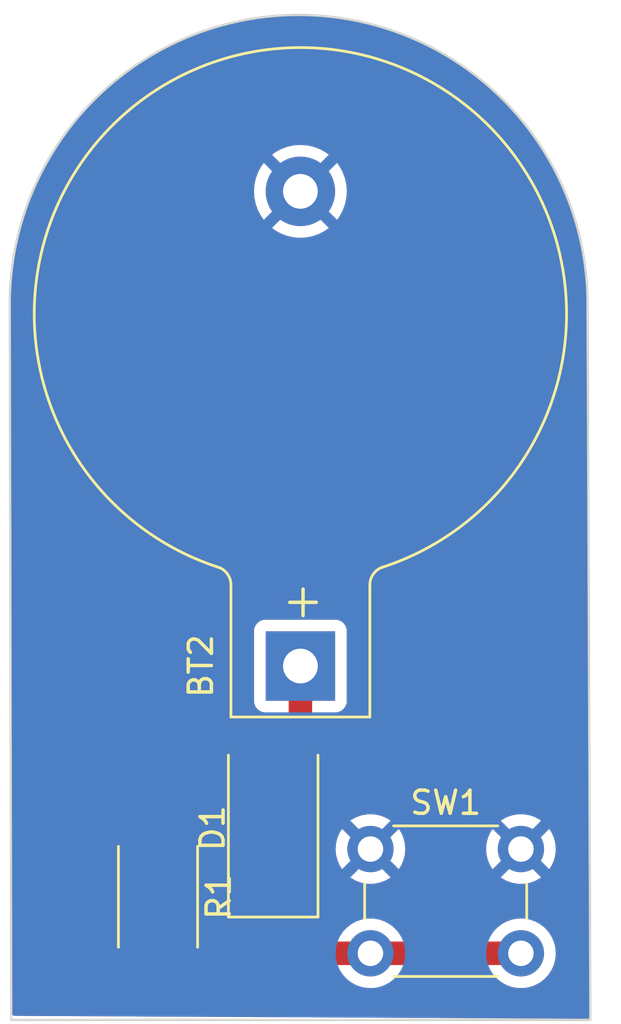
<source format=kicad_pcb>
(kicad_pcb (version 20221018) (generator pcbnew)
  (layers (0 "F.Cu" signal) (31 "B.Cu" signal) (34 "B.Paste" user) (35 "F.Paste" user) (36 "B.SilkS" user "B.Silkscreen") (37 "F.SilkS" user "F.Silkscreen") (38 "B.Mask" user) (39 "F.Mask" user) (44 "Edge.Cuts" user))
  (net 0 "")
  (net 1 "Net-(BT2-+)")
  (net 2 "GND")
  (net 3 "Net-(D1-K)")
  (net 4 "Net-(SW1-B)")
  (footprint "LED_SMD:LED_2512_6332Metric" (layer "F.Cu") (at 146.675 97.5 90)
    (fp_text reference "D1" (at 0 -2.62 90) (layer "F.SilkS"))
    (fp_text value "LED")
    (fp_line (start -3.835 -1.935) (end -3.835 1.935) (stroke (width 0.12)) (layer "F.SilkS"))
    (fp_line (start -3.835 1.935) (end 3.15 1.935) (stroke (width 0.12)) (layer "F.SilkS"))
    (fp_line (start 3.15 -1.935) (end -3.835 -1.935) (stroke (width 0.12)) (layer "F.SilkS"))
    (pad "1" smd roundrect (at -2.9 0 90) (size 1.35 3.35) (layers "F.Cu" "F.Paste" "F.Mask") (roundrect_rratio 0.185185) (net 3 "Net-(D1-K)"))
    (pad "2" smd roundrect (at 2.9 0 90) (size 1.35 3.35) (layers "F.Cu" "F.Paste" "F.Mask") (roundrect_rratio 0.185185) (net 1 "Net-(BT2-+)"))
  )
  (footprint "Button_Switch_THT:SW_PUSH_6mm_H4.3mm" (layer "F.Cu") (at 150.875 98.4)
    (fp_text reference "SW1" (at 3.25 -2) (layer "F.SilkS"))
    (fp_text value "SW_SPST")
    (fp_line (start -0.25 1.5) (end -0.25 3) (stroke (width 0.12)) (layer "F.SilkS"))
    (fp_line (start 1 5.5) (end 5.5 5.5) (stroke (width 0.12)) (layer "F.SilkS"))
    (fp_line (start 5.5 -1) (end 1 -1) (stroke (width 0.12)) (layer "F.SilkS"))
    (fp_line (start 6.75 3) (end 6.75 1.5) (stroke (width 0.12)) (layer "F.SilkS"))
    (pad "1" thru_hole circle (at 0 0 90) (size 2 2) (drill 1.1) (layers "*.Cu" "*.Mask") (net 2 "GND"))
    (pad "1" thru_hole circle (at 6.5 0 90) (size 2 2) (drill 1.1) (layers "*.Cu" "*.Mask") (net 2 "GND"))
    (pad "2" thru_hole circle (at 0 4.5 90) (size 2 2) (drill 1.1) (layers "*.Cu" "*.Mask") (net 4 "Net-(SW1-B)"))
    (pad "2" thru_hole circle (at 6.5 4.5 90) (size 2 2) (drill 1.1) (layers "*.Cu" "*.Mask") (net 4 "Net-(SW1-B)"))
  )
  (footprint "Resistor_SMD:R_2512_6332Metric" (layer "F.Cu") (at 141.7 100.4625 -90)
    (fp_text reference "R1" (at 0 -2.62 90) (layer "F.SilkS"))
    (fp_text value "R_US")
    (fp_line (start -2.177064 -1.71) (end 2.177064 -1.71) (stroke (width 0.12)) (layer "F.SilkS"))
    (fp_line (start -2.177064 1.71) (end 2.177064 1.71) (stroke (width 0.12)) (layer "F.SilkS"))
    (pad "1" smd roundrect (at -2.9625 0 270) (size 1.225 3.35) (layers "F.Cu" "F.Paste" "F.Mask") (roundrect_rratio 0.204082) (net 3 "Net-(D1-K)"))
    (pad "2" smd roundrect (at 2.9625 0 270) (size 1.225 3.35) (layers "F.Cu" "F.Paste" "F.Mask") (roundrect_rratio 0.204082) (net 4 "Net-(SW1-B)"))
  )
  (footprint "Battery:BatteryHolder_Keystone_103_1x20mm" (layer "F.Cu") (at 147.849999 90.500001 90)
    (fp_text reference "BT2" (at 0 -4.3 90) (layer "F.SilkS"))
    (fp_text value "Battery_Cell")
    (fp_text user "+" (at 2.75 0 90) (layer "F.SilkS") (effects (font (size 1.5 1.5))))
    (fp_line (start -2.2 -3) (end 3.5 -3) (stroke (width 0.12)) (layer "F.SilkS"))
    (fp_line (start -2.2 3) (end -2.2 -3) (stroke (width 0.12)) (layer "F.SilkS"))
    (fp_line (start -2.2 3) (end 3.5 3) (stroke (width 0.12)) (layer "F.SilkS"))
    (fp_arc (start 3.5 3) (mid 3.950694 3.136459) (end 4.25 3.5) (stroke (width 0.12)) (layer "F.SilkS"))
    (fp_arc (start 4.25 -3.5) (mid 3.950694 -3.136459) (end 3.5 -3) (stroke (width 0.12)) (layer "F.SilkS"))
    (fp_arc (start 4.25 -3.5) (mid 16.971103 -11.358466) (end 26.695671 0) (stroke (width 0.12)) (layer "F.SilkS"))
    (fp_arc (start 26.695671 0) (mid 16.971103 11.358466) (end 4.25 3.5) (stroke (width 0.12)) (layer "F.SilkS"))
    (pad "1" thru_hole rect (at 0 0 90) (size 3 3) (drill 1.5) (layers "*.Cu" "*.Mask") (net 1 "Net-(BT2-+)"))
    (pad "2" thru_hole circle (at 20.49 0 90) (size 3 3) (drill 1.5) (layers "*.Cu" "*.Mask") (net 2 "GND"))
  )
  (gr_line (start 135.297496 74.875) (end 135.3625 105.775) (stroke (width 0.1)) (layer "Edge.Cuts"))
  (gr_line (start 135.3625 105.775) (end 160.375 105.775) (stroke (width 0.1)) (layer "Edge.Cuts"))
  (gr_line (start 160.249999 74.625) (end 160.375 105.775) (stroke (width 0.1)) (layer "Edge.Cuts"))
  (gr_arc (start 135.297496 74.875) (mid 147.649994 62.398122) (end 160.249999 74.625) (stroke (width 0.1)) (layer "Edge.Cuts"))
  (segment (start 147.849999 93.425001) (end 146.675 94.6) (width 1.016) (layer "F.Cu") (net 1))
  (segment (start 147.874999 90.500001) (end 147.925 90.45) (width 1.016) (layer "F.Cu") (net 1))
  (segment (start 147.849999 90.500001) (end 147.874999 90.500001) (width 1.016) (layer "F.Cu") (net 1))
  (segment (start 146.449999 94.374999) (end 146.675 94.6) (width 1.016) (layer "F.Cu") (net 1))
  (segment (start 147.849999 90.500001) (end 147.849999 93.425001) (width 1.016) (layer "F.Cu") (net 1))
  (segment (start 147.849999 90.500001) (end 147.825 90.525) (width 1.016) (layer "B.Cu") (net 1))
  (segment (start 146.675 100.4) (end 146.525 100.4) (width 1.016) (layer "F.Cu") (net 3))
  (segment (start 141.7 97.5) (end 143.775 97.5) (width 1.016) (layer "F.Cu") (net 3))
  (segment (start 143.775 97.5) (end 146.675 100.4) (width 1.016) (layer "F.Cu") (net 3))
  (segment (start 146.525 100.4) (end 146.35 100.225) (width 1.016) (layer "F.Cu") (net 3))
  (segment (start 142.225 102.9) (end 150.875 102.9) (width 1.016) (layer "F.Cu") (net 4))
  (segment (start 141.7 103.425) (end 142.225 102.9) (width 1.016) (layer "F.Cu") (net 4))
  (segment (start 150.875 102.9) (end 157.375 102.9) (width 1.016) (layer "F.Cu") (net 4))
  (zone (net 2) (net_name "GND") (layers "F&B.Cu") (connect_pads (clearance 0.5)) (min_thickness 0.25) (fill yes (thermal_gap 0.5) (thermal_bridge_width 0.5))
    (polygon (pts (xy 135.375 105.6) (xy 160.375 105.725) (xy 160.175 61.75) (xy 134.875 62.1)))
  )
)
</source>
